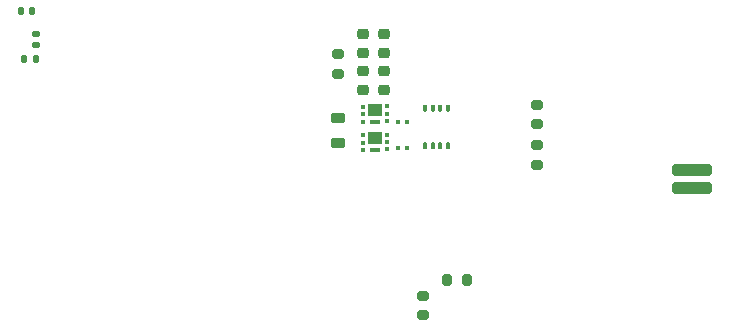
<source format=gbr>
%TF.GenerationSoftware,KiCad,Pcbnew,(6.0.1)*%
%TF.CreationDate,2023-08-02T16:38:55-05:00*%
%TF.ProjectId,board_v5,626f6172-645f-4763-952e-6b696361645f,rev?*%
%TF.SameCoordinates,Original*%
%TF.FileFunction,Paste,Bot*%
%TF.FilePolarity,Positive*%
%FSLAX46Y46*%
G04 Gerber Fmt 4.6, Leading zero omitted, Abs format (unit mm)*
G04 Created by KiCad (PCBNEW (6.0.1)) date 2023-08-02 16:38:55*
%MOMM*%
%LPD*%
G01*
G04 APERTURE LIST*
G04 Aperture macros list*
%AMRoundRect*
0 Rectangle with rounded corners*
0 $1 Rounding radius*
0 $2 $3 $4 $5 $6 $7 $8 $9 X,Y pos of 4 corners*
0 Add a 4 corners polygon primitive as box body*
4,1,4,$2,$3,$4,$5,$6,$7,$8,$9,$2,$3,0*
0 Add four circle primitives for the rounded corners*
1,1,$1+$1,$2,$3*
1,1,$1+$1,$4,$5*
1,1,$1+$1,$6,$7*
1,1,$1+$1,$8,$9*
0 Add four rect primitives between the rounded corners*
20,1,$1+$1,$2,$3,$4,$5,0*
20,1,$1+$1,$4,$5,$6,$7,0*
20,1,$1+$1,$6,$7,$8,$9,0*
20,1,$1+$1,$8,$9,$2,$3,0*%
G04 Aperture macros list end*
%ADD10RoundRect,0.225000X0.250000X-0.225000X0.250000X0.225000X-0.250000X0.225000X-0.250000X-0.225000X0*%
%ADD11RoundRect,0.079500X0.079500X0.100500X-0.079500X0.100500X-0.079500X-0.100500X0.079500X-0.100500X0*%
%ADD12RoundRect,0.135000X-0.135000X-0.185000X0.135000X-0.185000X0.135000X0.185000X-0.135000X0.185000X0*%
%ADD13RoundRect,0.140000X0.170000X-0.140000X0.170000X0.140000X-0.170000X0.140000X-0.170000X-0.140000X0*%
%ADD14RoundRect,0.200000X0.275000X-0.200000X0.275000X0.200000X-0.275000X0.200000X-0.275000X-0.200000X0*%
%ADD15RoundRect,0.218750X0.381250X-0.218750X0.381250X0.218750X-0.381250X0.218750X-0.381250X-0.218750X0*%
%ADD16RoundRect,0.200000X-0.200000X-0.275000X0.200000X-0.275000X0.200000X0.275000X-0.200000X0.275000X0*%
%ADD17R,0.425000X0.450000*%
%ADD18R,1.150000X1.050000*%
%ADD19R,0.850000X0.300000*%
%ADD20O,0.300000X0.550000*%
%ADD21R,0.300000X0.200000*%
%ADD22RoundRect,0.250000X-1.450000X0.250000X-1.450000X-0.250000X1.450000X-0.250000X1.450000X0.250000X0*%
%ADD23RoundRect,0.079500X-0.079500X-0.100500X0.079500X-0.100500X0.079500X0.100500X-0.079500X0.100500X0*%
%ADD24RoundRect,0.200000X-0.275000X0.200000X-0.275000X-0.200000X0.275000X-0.200000X0.275000X0.200000X0*%
%ADD25RoundRect,0.140000X-0.140000X-0.170000X0.140000X-0.170000X0.140000X0.170000X-0.140000X0.170000X0*%
G04 APERTURE END LIST*
D10*
%TO.C,C16*%
X160920000Y-49895000D03*
X160920000Y-48345000D03*
%TD*%
D11*
%TO.C,R22*%
X162820000Y-55770000D03*
X162130000Y-55770000D03*
%TD*%
D12*
%TO.C,R1*%
X130394520Y-50445000D03*
X131414520Y-50445000D03*
%TD*%
D13*
%TO.C,C4*%
X131474520Y-49275000D03*
X131474520Y-48315000D03*
%TD*%
D14*
%TO.C,R7*%
X157040000Y-51670000D03*
X157040000Y-50020000D03*
%TD*%
D15*
%TO.C,Llk1*%
X157030000Y-57525000D03*
X157030000Y-55400000D03*
%TD*%
D10*
%TO.C,C10*%
X160920000Y-53018000D03*
X160920000Y-51468000D03*
%TD*%
D16*
%TO.C,R13*%
X166275000Y-69150000D03*
X167925000Y-69150000D03*
%TD*%
D17*
%TO.C,U4*%
X161140000Y-56820000D03*
X161140000Y-57470000D03*
X161140000Y-58070000D03*
X159140000Y-58120000D03*
X159140000Y-57520000D03*
X159140000Y-56870000D03*
D18*
X160140000Y-57120000D03*
D19*
X160140000Y-58120000D03*
%TD*%
D10*
%TO.C,C11*%
X159120000Y-49895000D03*
X159120000Y-48345000D03*
%TD*%
D20*
%TO.C,U8*%
X164365000Y-54630000D03*
D21*
X164365000Y-54430000D03*
X165015000Y-54430000D03*
D20*
X165015000Y-54630000D03*
X165665000Y-54630000D03*
D21*
X165665000Y-54430000D03*
D20*
X166315000Y-54630000D03*
D21*
X166315000Y-54430000D03*
X166315000Y-57930000D03*
D20*
X166315000Y-57730000D03*
X165665000Y-57730000D03*
D21*
X165665000Y-57930000D03*
D20*
X165015000Y-57730000D03*
D21*
X165015000Y-57930000D03*
D20*
X164365000Y-57730000D03*
D21*
X164365000Y-57930000D03*
%TD*%
D17*
%TO.C,U3*%
X161140000Y-54420000D03*
X161140000Y-55070000D03*
X161140000Y-55670000D03*
X159140000Y-55720000D03*
X159140000Y-55120000D03*
X159140000Y-54470000D03*
D18*
X160140000Y-54720000D03*
D19*
X160140000Y-55720000D03*
%TD*%
D22*
%TO.C,R14*%
X186944000Y-59822000D03*
X186944000Y-61322000D03*
%TD*%
D23*
%TO.C,R4*%
X162820000Y-57983000D03*
X162130000Y-57983000D03*
%TD*%
D10*
%TO.C,C15*%
X159120000Y-53018000D03*
X159120000Y-51468000D03*
%TD*%
D24*
%TO.C,R18*%
X173840000Y-54307500D03*
X173840000Y-55957500D03*
%TD*%
%TO.C,R12*%
X164180000Y-70490000D03*
X164180000Y-72140000D03*
%TD*%
D25*
%TO.C,C1*%
X130145000Y-46400000D03*
X131105000Y-46400000D03*
%TD*%
D24*
%TO.C,R17*%
X173900000Y-57712500D03*
X173900000Y-59362500D03*
%TD*%
M02*

</source>
